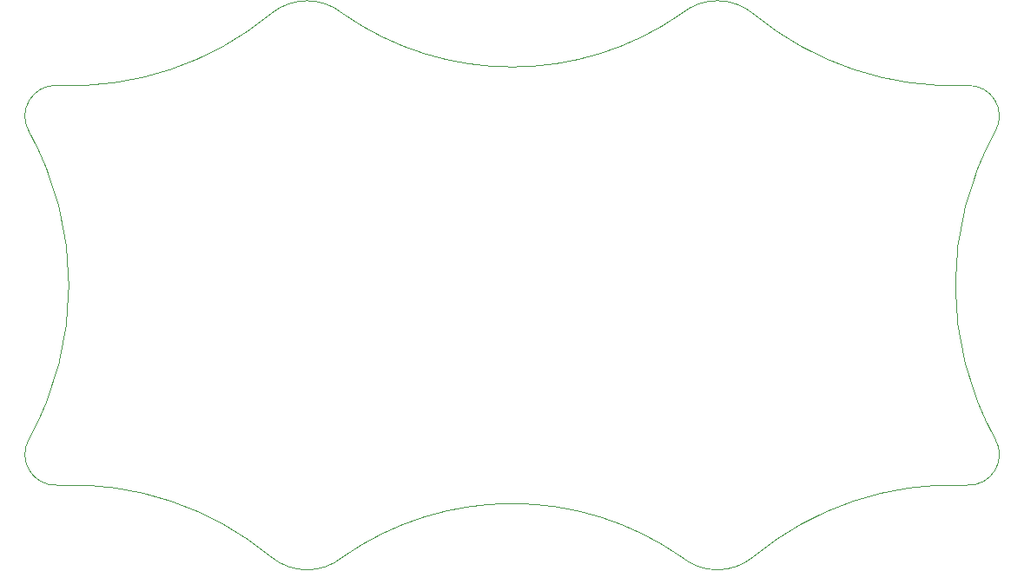
<source format=gm1>
G04 #@! TF.GenerationSoftware,KiCad,Pcbnew,(6.0.2-0)*
G04 #@! TF.CreationDate,2022-12-29T00:03:26+01:00*
G04 #@! TF.ProjectId,nixie-panel,6e697869-652d-4706-916e-656c2e6b6963,rev?*
G04 #@! TF.SameCoordinates,Original*
G04 #@! TF.FileFunction,Profile,NP*
%FSLAX46Y46*%
G04 Gerber Fmt 4.6, Leading zero omitted, Abs format (unit mm)*
G04 Created by KiCad (PCBNEW (6.0.2-0)) date 2022-12-29 00:03:26*
%MOMM*%
%LPD*%
G01*
G04 APERTURE LIST*
G04 #@! TA.AperFunction,Profile*
%ADD10C,0.100000*%
G04 #@! TD*
G04 APERTURE END LIST*
D10*
X16234000Y-22600000D02*
G75*
G03*
X37100000Y-15600000I1362537J30537754D01*
G01*
X104970000Y-61600000D02*
G75*
G03*
X107680000Y-57077000I129659J2995675D01*
G01*
X37100000Y-68600000D02*
G75*
G03*
X16235000Y-61600000I-19502962J-23536456D01*
G01*
X44100000Y-15600000D02*
G75*
G03*
X37100000Y-15600000I-3500000J-4223264D01*
G01*
X16234000Y-22599999D02*
G75*
G03*
X13515000Y-27123000I-134159J-2998114D01*
G01*
X84100000Y-15600000D02*
G75*
G03*
X77100000Y-15600000I-3500000J-4223264D01*
G01*
X107679999Y-27123000D02*
G75*
G03*
X104965000Y-22603000I-2582027J1524471D01*
G01*
X13515000Y-57077000D02*
G75*
G03*
X16235000Y-61600000I2585339J-1524617D01*
G01*
X13515000Y-57077000D02*
G75*
G03*
X13515000Y-27123000I-27019220J14977000D01*
G01*
X107680000Y-27123000D02*
G75*
G03*
X107680000Y-57077000I27019220J-14977000D01*
G01*
X77100000Y-68600000D02*
G75*
G03*
X84100000Y-68600000I3500000J4223264D01*
G01*
X104970000Y-61600000D02*
G75*
G03*
X84100000Y-68600000I-1364535J-30542943D01*
G01*
X84100000Y-15600000D02*
G75*
G03*
X104965000Y-22603000I19506849J23534954D01*
G01*
X77100000Y-68600000D02*
G75*
G03*
X44100000Y-68600000I-16500000J-23564442D01*
G01*
X37100000Y-68600000D02*
G75*
G03*
X44100000Y-68600000I3500000J4223264D01*
G01*
X44100000Y-15600000D02*
G75*
G03*
X77100000Y-15600000I16500000J23564442D01*
G01*
M02*

</source>
